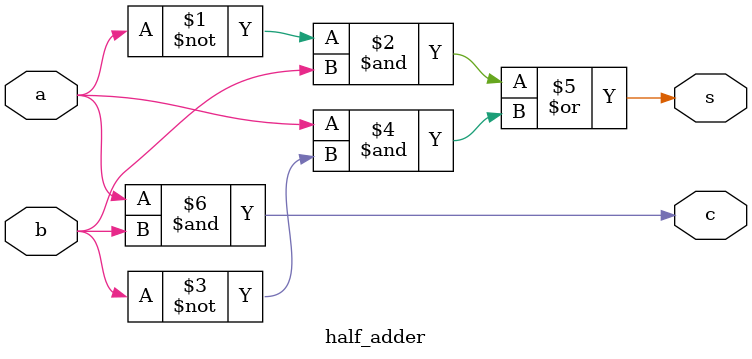
<source format=v>
`timescale 1ns / 1ps

module half_adder(
    input a, b,
    output s,
    output c
    );
    
    assign s = (~a & b) | (a & ~b);
    assign c = a & b;
    
endmodule

</source>
